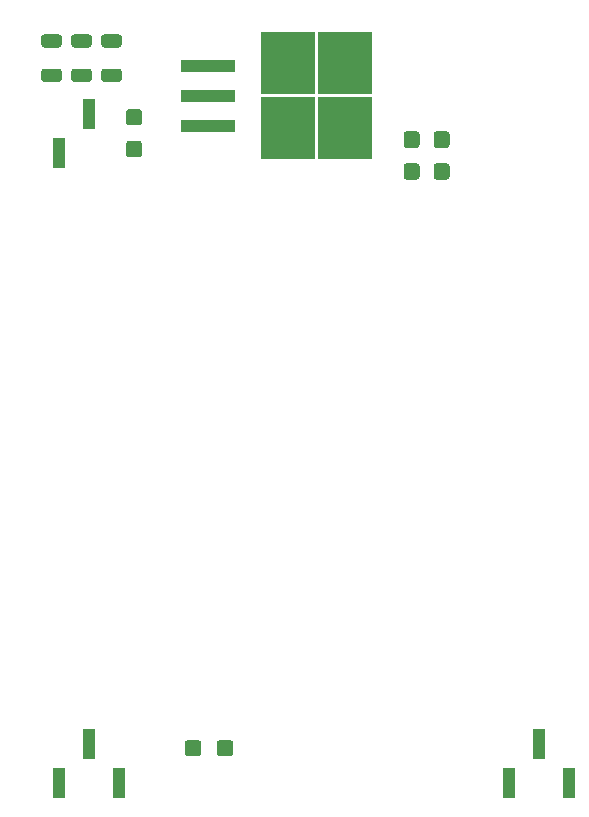
<source format=gtp>
%TF.GenerationSoftware,KiCad,Pcbnew,(5.1.9)-1*%
%TF.CreationDate,2021-08-17T10:41:51+08:00*%
%TF.ProjectId,Interposer486_3v,496e7465-7270-46f7-9365-723438365f33,rev?*%
%TF.SameCoordinates,Original*%
%TF.FileFunction,Paste,Top*%
%TF.FilePolarity,Positive*%
%FSLAX46Y46*%
G04 Gerber Fmt 4.6, Leading zero omitted, Abs format (unit mm)*
G04 Created by KiCad (PCBNEW (5.1.9)-1) date 2021-08-17 10:41:51*
%MOMM*%
%LPD*%
G01*
G04 APERTURE LIST*
%ADD10R,1.000000X2.510000*%
%ADD11R,4.550000X5.250000*%
%ADD12R,4.600000X1.100000*%
G04 APERTURE END LIST*
D10*
%TO.C,J1*%
X176530000Y-105660000D03*
X179070000Y-108970000D03*
X173990000Y-108970000D03*
%TD*%
%TO.C,R2*%
G36*
G01*
X137169998Y-48525000D02*
X138420002Y-48525000D01*
G75*
G02*
X138670000Y-48774998I0J-249998D01*
G01*
X138670000Y-49400002D01*
G75*
G02*
X138420002Y-49650000I-249998J0D01*
G01*
X137169998Y-49650000D01*
G75*
G02*
X136920000Y-49400002I0J249998D01*
G01*
X136920000Y-48774998D01*
G75*
G02*
X137169998Y-48525000I249998J0D01*
G01*
G37*
G36*
G01*
X137169998Y-45600000D02*
X138420002Y-45600000D01*
G75*
G02*
X138670000Y-45849998I0J-249998D01*
G01*
X138670000Y-46475002D01*
G75*
G02*
X138420002Y-46725000I-249998J0D01*
G01*
X137169998Y-46725000D01*
G75*
G02*
X136920000Y-46475002I0J249998D01*
G01*
X136920000Y-45849998D01*
G75*
G02*
X137169998Y-45600000I249998J0D01*
G01*
G37*
%TD*%
%TO.C,J2*%
X138430000Y-105660000D03*
X140970000Y-108970000D03*
X135890000Y-108970000D03*
%TD*%
D11*
%TO.C,U1*%
X155255000Y-53575000D03*
X160105000Y-48025000D03*
X155255000Y-48025000D03*
X160105000Y-53575000D03*
D12*
X148530000Y-53340000D03*
X148530000Y-50800000D03*
X148530000Y-48260000D03*
%TD*%
%TO.C,R3*%
G36*
G01*
X134629998Y-48525000D02*
X135880002Y-48525000D01*
G75*
G02*
X136130000Y-48774998I0J-249998D01*
G01*
X136130000Y-49400002D01*
G75*
G02*
X135880002Y-49650000I-249998J0D01*
G01*
X134629998Y-49650000D01*
G75*
G02*
X134380000Y-49400002I0J249998D01*
G01*
X134380000Y-48774998D01*
G75*
G02*
X134629998Y-48525000I249998J0D01*
G01*
G37*
G36*
G01*
X134629998Y-45600000D02*
X135880002Y-45600000D01*
G75*
G02*
X136130000Y-45849998I0J-249998D01*
G01*
X136130000Y-46475002D01*
G75*
G02*
X135880002Y-46725000I-249998J0D01*
G01*
X134629998Y-46725000D01*
G75*
G02*
X134380000Y-46475002I0J249998D01*
G01*
X134380000Y-45849998D01*
G75*
G02*
X134629998Y-45600000I249998J0D01*
G01*
G37*
%TD*%
%TO.C,R1*%
G36*
G01*
X140960002Y-46725000D02*
X139709998Y-46725000D01*
G75*
G02*
X139460000Y-46475002I0J249998D01*
G01*
X139460000Y-45849998D01*
G75*
G02*
X139709998Y-45600000I249998J0D01*
G01*
X140960002Y-45600000D01*
G75*
G02*
X141210000Y-45849998I0J-249998D01*
G01*
X141210000Y-46475002D01*
G75*
G02*
X140960002Y-46725000I-249998J0D01*
G01*
G37*
G36*
G01*
X140960002Y-49650000D02*
X139709998Y-49650000D01*
G75*
G02*
X139460000Y-49400002I0J249998D01*
G01*
X139460000Y-48774998D01*
G75*
G02*
X139709998Y-48525000I249998J0D01*
G01*
X140960002Y-48525000D01*
G75*
G02*
X141210000Y-48774998I0J-249998D01*
G01*
X141210000Y-49400002D01*
G75*
G02*
X140960002Y-49650000I-249998J0D01*
G01*
G37*
%TD*%
D10*
%TO.C,J3*%
X135890000Y-55630000D03*
X138430000Y-52320000D03*
%TD*%
%TO.C,C20*%
G36*
G01*
X141814999Y-54625000D02*
X142665001Y-54625000D01*
G75*
G02*
X142915000Y-54874999I0J-249999D01*
G01*
X142915000Y-55775001D01*
G75*
G02*
X142665001Y-56025000I-249999J0D01*
G01*
X141814999Y-56025000D01*
G75*
G02*
X141565000Y-55775001I0J249999D01*
G01*
X141565000Y-54874999D01*
G75*
G02*
X141814999Y-54625000I249999J0D01*
G01*
G37*
G36*
G01*
X141814999Y-51925000D02*
X142665001Y-51925000D01*
G75*
G02*
X142915000Y-52174999I0J-249999D01*
G01*
X142915000Y-53075001D01*
G75*
G02*
X142665001Y-53325000I-249999J0D01*
G01*
X141814999Y-53325000D01*
G75*
G02*
X141565000Y-53075001I0J249999D01*
G01*
X141565000Y-52174999D01*
G75*
G02*
X141814999Y-51925000I249999J0D01*
G01*
G37*
%TD*%
%TO.C,C19*%
G36*
G01*
X147940000Y-105619999D02*
X147940000Y-106470001D01*
G75*
G02*
X147690001Y-106720000I-249999J0D01*
G01*
X146789999Y-106720000D01*
G75*
G02*
X146540000Y-106470001I0J249999D01*
G01*
X146540000Y-105619999D01*
G75*
G02*
X146789999Y-105370000I249999J0D01*
G01*
X147690001Y-105370000D01*
G75*
G02*
X147940000Y-105619999I0J-249999D01*
G01*
G37*
G36*
G01*
X150640000Y-105619999D02*
X150640000Y-106470001D01*
G75*
G02*
X150390001Y-106720000I-249999J0D01*
G01*
X149489999Y-106720000D01*
G75*
G02*
X149240000Y-106470001I0J249999D01*
G01*
X149240000Y-105619999D01*
G75*
G02*
X149489999Y-105370000I249999J0D01*
G01*
X150390001Y-105370000D01*
G75*
G02*
X150640000Y-105619999I0J-249999D01*
G01*
G37*
%TD*%
%TO.C,C18*%
G36*
G01*
X165309999Y-56530000D02*
X166160001Y-56530000D01*
G75*
G02*
X166410000Y-56779999I0J-249999D01*
G01*
X166410000Y-57680001D01*
G75*
G02*
X166160001Y-57930000I-249999J0D01*
G01*
X165309999Y-57930000D01*
G75*
G02*
X165060000Y-57680001I0J249999D01*
G01*
X165060000Y-56779999D01*
G75*
G02*
X165309999Y-56530000I249999J0D01*
G01*
G37*
G36*
G01*
X165309999Y-53830000D02*
X166160001Y-53830000D01*
G75*
G02*
X166410000Y-54079999I0J-249999D01*
G01*
X166410000Y-54980001D01*
G75*
G02*
X166160001Y-55230000I-249999J0D01*
G01*
X165309999Y-55230000D01*
G75*
G02*
X165060000Y-54980001I0J249999D01*
G01*
X165060000Y-54079999D01*
G75*
G02*
X165309999Y-53830000I249999J0D01*
G01*
G37*
%TD*%
%TO.C,C17*%
G36*
G01*
X167849999Y-56530000D02*
X168700001Y-56530000D01*
G75*
G02*
X168950000Y-56779999I0J-249999D01*
G01*
X168950000Y-57680001D01*
G75*
G02*
X168700001Y-57930000I-249999J0D01*
G01*
X167849999Y-57930000D01*
G75*
G02*
X167600000Y-57680001I0J249999D01*
G01*
X167600000Y-56779999D01*
G75*
G02*
X167849999Y-56530000I249999J0D01*
G01*
G37*
G36*
G01*
X167849999Y-53830000D02*
X168700001Y-53830000D01*
G75*
G02*
X168950000Y-54079999I0J-249999D01*
G01*
X168950000Y-54980001D01*
G75*
G02*
X168700001Y-55230000I-249999J0D01*
G01*
X167849999Y-55230000D01*
G75*
G02*
X167600000Y-54980001I0J249999D01*
G01*
X167600000Y-54079999D01*
G75*
G02*
X167849999Y-53830000I249999J0D01*
G01*
G37*
%TD*%
M02*

</source>
